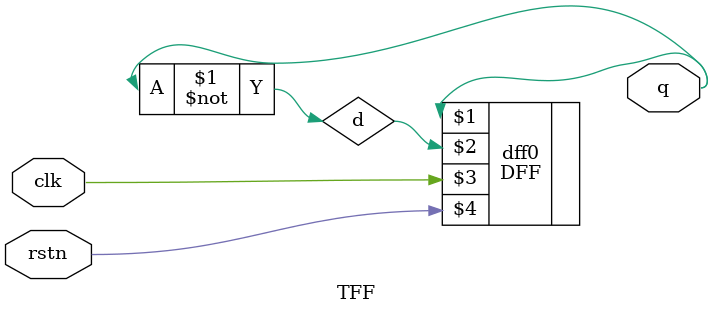
<source format=v>
module TFF(q, clk, rstn);
	output q;
	input clk, rstn;
	
	wire d;
	DFF dff0(q, d, clk, rstn);
	not n1(d,q);

endmodule

</source>
